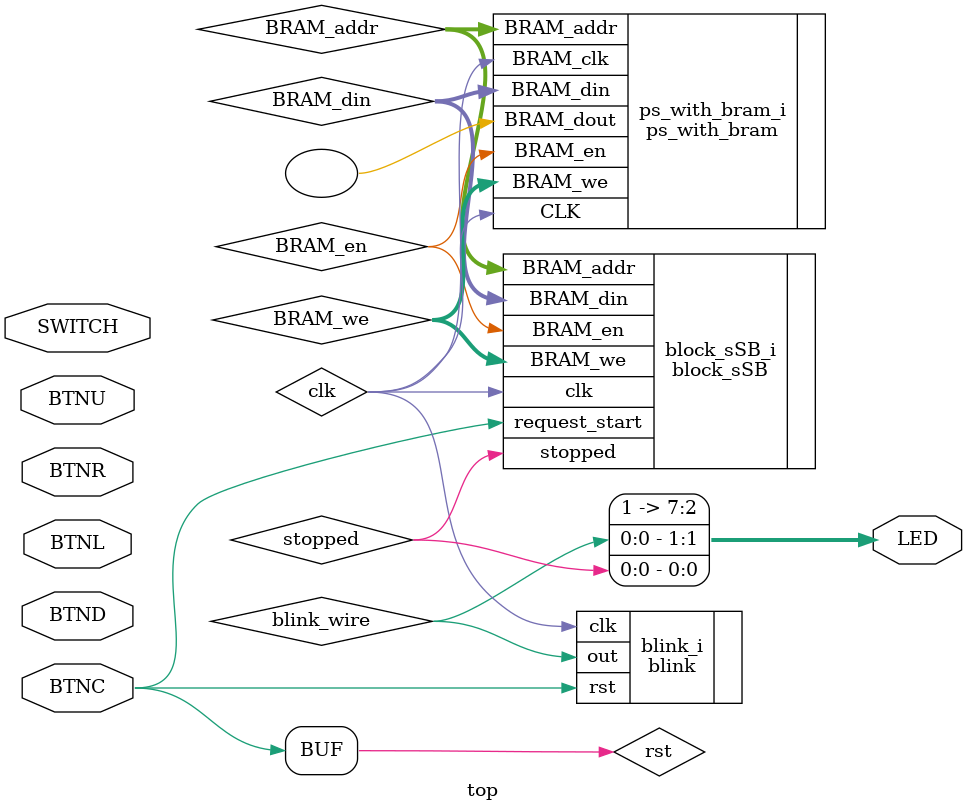
<source format=v>
`timescale 1ns / 1ps

module top (
    input wire BTNU,
    input wire BTNR,
    input wire BTND,
    input wire BTNC,
    input wire BTNL,
    input wire [7:0] SWITCH,
    output wire [7:0] LED
);

wire clk;
wire rst;

wire stopped;

wire [9:0]BRAM_addr;
wire [31:0]BRAM_din;
wire BRAM_en;
wire [3:0]BRAM_we;

wire blink_wire;

assign rst = BTNC;
assign LED = {6'b111111, blink_wire, stopped};

block_sSB block_sSB_i (
    .clk            (clk),
    .request_start  (rst),
    .stopped        (stopped),

    .BRAM_addr      (BRAM_addr),
    .BRAM_din       (BRAM_din),
    .BRAM_en        (BRAM_en),
    .BRAM_we        (BRAM_we)
);

ps_with_bram ps_with_bram_i (
    .BRAM_addr  (BRAM_addr),
    .BRAM_clk   (clk),
    .BRAM_din   (BRAM_din),
    .BRAM_dout  (),
    .BRAM_en    (BRAM_en),
    .BRAM_we    (BRAM_we),
    .CLK        (clk)
);


blink blink_i (
    .clk    (clk),
    .rst    (rst),
    .out    (blink_wire)
);

endmodule
</source>
